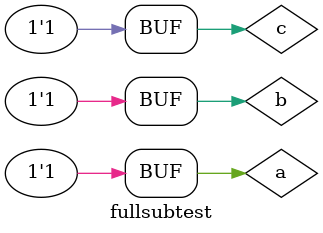
<source format=v>

module fullsubtest;

	// Inputs
	reg a;
	reg b;
	reg c;

	// Outputs
	wire d;
	wire bo;

	// Instantiate the Unit Under Test (UUT)
	fullsub uut (
		.a(a), 
		.b(b), 
		.c(c), 
		.d(d), 
		.bo(bo)
	);

	initial begin
		// Initialize Inputs
		a = 0;
		b = 0;
		c = 0;

		// Wait 100 ns for global reset to finish
		a=1'b0;b=1'b0;c=1'b0;
		#100 a=1'b0;b=1'b0;c=1'b1;
		#100 a=1'b0;b=1'b1;c=1'b0;
		#100 a=1'b0;b=1'b1;c=1'b1;
		#100 a=1'b1;b=1'b0;c=1'b0;
		#100 a=1'b1;b=1'b0;c=1'b1;
		#100 a=1'b1;b=1'b1;c=1'b0;
		#100 a=1'b1;b=1'b1;c=1'b1;
	
	end
      
endmodule


</source>
